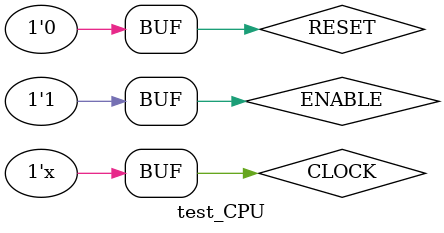
<source format=v>
`timescale 100fs/100fs

module test_CPU();

reg CLOCK, RESET, ENABLE;
wire[31:0] A, FETCH_ADDRESS, DATA,data,wd3,dataw,rd1,rd2,ir,pc,pcsrc;
wire[64:0] EDIT_SERIAL;
integer i;
reg[31:0] r;
reg[31:0] ins;

parameter clk_period = 10000000000;

initial begin
    CLOCK = 0;
end

always #(clk_period/2) begin
    CLOCK = ~CLOCK;
    RESET = 0;
    ENABLE = 1;
end

CPU testCPU(CLOCK, RESET, ENABLE, A[31:0]);

    
endmodule
</source>
